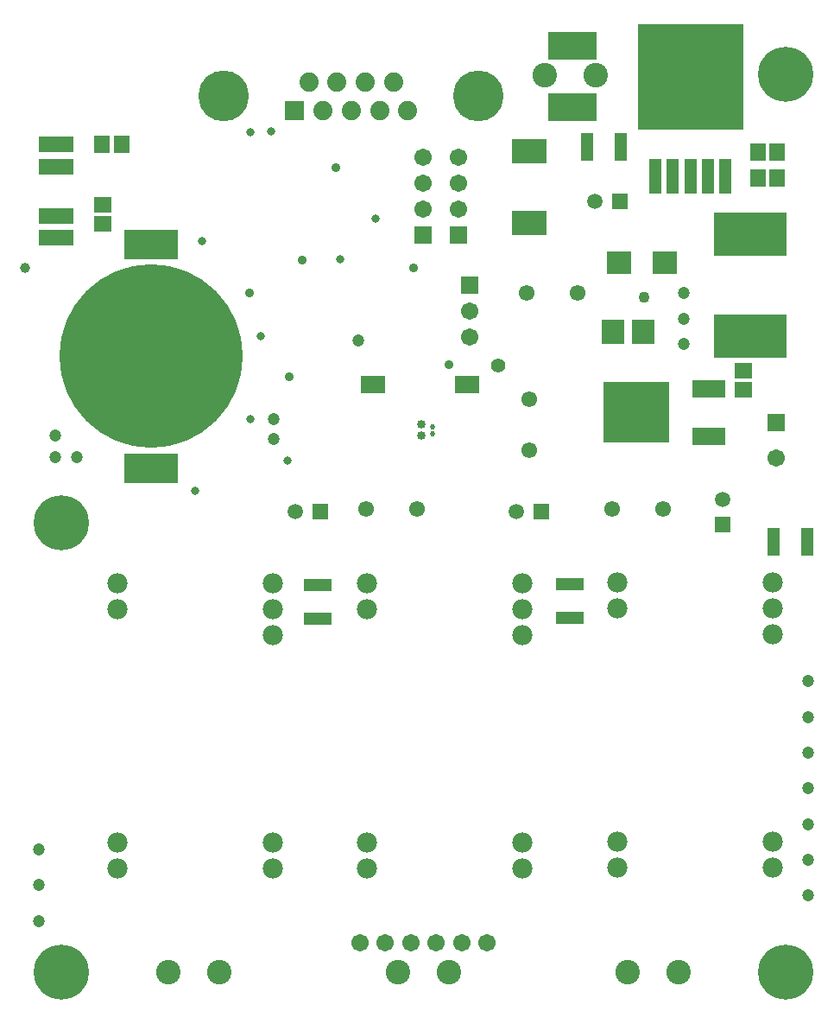
<source format=gts>
G04*
G04 #@! TF.GenerationSoftware,Altium Limited,Altium Designer,19.1.8 (144)*
G04*
G04 Layer_Color=8388736*
%FSLAX24Y24*%
%MOIN*%
G70*
G01*
G75*
%ADD40R,0.0480X0.1340*%
%ADD41R,0.4080X0.4056*%
%ADD42R,0.0867X0.0946*%
%ADD43R,0.0938X0.0915*%
%ADD44R,0.0592X0.0671*%
%ADD45R,0.0671X0.0592*%
%ADD46R,0.2836X0.1655*%
%ADD47R,0.1340X0.0631*%
%ADD48R,0.2080X0.1178*%
%ADD49C,0.7080*%
%ADD50R,0.0513X0.1104*%
%ADD51R,0.1261X0.0710*%
%ADD52R,0.2521X0.2363*%
%ADD53R,0.1104X0.0513*%
%ADD54R,0.1320X0.0946*%
%ADD55R,0.0938X0.0710*%
%ADD56C,0.0206*%
%ADD57C,0.0474*%
%ADD58C,0.0336*%
%ADD59R,0.0592X0.0592*%
%ADD60C,0.0592*%
%ADD61C,0.0611*%
%ADD62C,0.0671*%
%ADD63R,0.0671X0.0671*%
%ADD64R,0.0592X0.0592*%
%ADD65C,0.2127*%
%ADD66R,0.1852X0.1064*%
%ADD67C,0.0745*%
%ADD68R,0.0745X0.0745*%
%ADD69C,0.1954*%
%ADD70C,0.0946*%
%ADD71C,0.0780*%
%ADD72C,0.0316*%
%ADD73C,0.0552*%
%ADD74C,0.0356*%
%ADD75C,0.0434*%
%ADD76C,0.0395*%
D40*
X24714Y33064D02*
D03*
X25384D02*
D03*
X26054D02*
D03*
X26724D02*
D03*
X27394D02*
D03*
D41*
X26054Y36880D02*
D03*
D42*
X23062Y27048D02*
D03*
X24243D02*
D03*
D43*
X25060Y29727D02*
D03*
X23316D02*
D03*
D44*
X28653Y34003D02*
D03*
X29401D02*
D03*
X4095Y34284D02*
D03*
X3347D02*
D03*
X29401Y32992D02*
D03*
X28653D02*
D03*
D45*
X28087Y25558D02*
D03*
Y24810D02*
D03*
X3355Y31225D02*
D03*
Y31973D02*
D03*
D46*
X28360Y26879D02*
D03*
Y30816D02*
D03*
D47*
X1575Y30681D02*
D03*
Y31524D02*
D03*
Y33437D02*
D03*
Y34280D02*
D03*
D48*
X5229Y30439D02*
D03*
Y21790D02*
D03*
D49*
Y26115D02*
D03*
D50*
X22057Y34204D02*
D03*
X23356D02*
D03*
X29282Y18944D02*
D03*
X30581D02*
D03*
D51*
X26755Y24844D02*
D03*
Y23041D02*
D03*
D52*
X23979Y23943D02*
D03*
D53*
X21400Y17339D02*
D03*
Y16039D02*
D03*
X11658Y17290D02*
D03*
Y15991D02*
D03*
D54*
X19838Y31253D02*
D03*
Y34009D02*
D03*
D55*
X17426Y25018D02*
D03*
X13804D02*
D03*
D56*
X16092Y23122D02*
D03*
Y23398D02*
D03*
D57*
X24510Y35440D02*
D03*
X25297D02*
D03*
X26084D02*
D03*
X26872D02*
D03*
X27659D02*
D03*
Y36385D02*
D03*
X26872D02*
D03*
X26084D02*
D03*
X25297D02*
D03*
X24510D02*
D03*
X27659Y37330D02*
D03*
X26872D02*
D03*
X26084D02*
D03*
X25297D02*
D03*
X24510D02*
D03*
X27659Y38275D02*
D03*
X26872D02*
D03*
X26084D02*
D03*
X25297D02*
D03*
X24510D02*
D03*
X9961Y22937D02*
D03*
Y23688D02*
D03*
X25787Y26575D02*
D03*
Y28543D02*
D03*
Y27559D02*
D03*
X1522Y23044D02*
D03*
X2353Y22217D02*
D03*
X1520Y22229D02*
D03*
X13246Y26717D02*
D03*
X906Y7087D02*
D03*
Y5709D02*
D03*
X30591Y5315D02*
D03*
X906Y4331D02*
D03*
X30591Y6693D02*
D03*
Y13583D02*
D03*
Y12205D02*
D03*
Y10827D02*
D03*
Y9449D02*
D03*
Y8071D02*
D03*
D58*
X15675Y23486D02*
D03*
Y23053D02*
D03*
D59*
X11769Y20126D02*
D03*
X20311Y20138D02*
D03*
X23344Y32084D02*
D03*
D60*
X10785Y20126D02*
D03*
X19326Y20138D02*
D03*
X27294Y20594D02*
D03*
X22360Y32084D02*
D03*
D61*
X15501Y20236D02*
D03*
X13533D02*
D03*
X19830Y24458D02*
D03*
Y22490D02*
D03*
X23046Y20236D02*
D03*
X25015D02*
D03*
X21695Y28556D02*
D03*
X19726D02*
D03*
D62*
X29356Y22178D02*
D03*
X13287Y3477D02*
D03*
X14272D02*
D03*
X15256D02*
D03*
X16240D02*
D03*
X17224D02*
D03*
X18209D02*
D03*
X15721Y31800D02*
D03*
Y32800D02*
D03*
Y33800D02*
D03*
X17520Y26850D02*
D03*
Y27850D02*
D03*
X17097Y31800D02*
D03*
Y32800D02*
D03*
Y33800D02*
D03*
D63*
X29356Y23556D02*
D03*
X15721Y30800D02*
D03*
X17520Y28850D02*
D03*
X17097Y30800D02*
D03*
D64*
X27294Y19609D02*
D03*
D65*
X29724Y37008D02*
D03*
X29724Y2362D02*
D03*
X1772D02*
D03*
X1772Y19685D02*
D03*
D66*
X21495Y35729D02*
D03*
Y38091D02*
D03*
D67*
X15144Y35583D02*
D03*
X14598Y36701D02*
D03*
X14053Y35583D02*
D03*
X13508Y36701D02*
D03*
X12963Y35583D02*
D03*
X12417Y36701D02*
D03*
X11872Y35583D02*
D03*
X11327Y36701D02*
D03*
D68*
X10781Y35583D02*
D03*
D69*
X8043Y36142D02*
D03*
X17882D02*
D03*
D70*
X22411Y36958D02*
D03*
X20443D02*
D03*
X23622Y2362D02*
D03*
X25591D02*
D03*
X14764D02*
D03*
X16732D02*
D03*
X5906D02*
D03*
X7874D02*
D03*
D71*
X23228Y16378D02*
D03*
Y17378D02*
D03*
Y7378D02*
D03*
Y6378D02*
D03*
X29228D02*
D03*
Y7378D02*
D03*
Y15378D02*
D03*
Y16378D02*
D03*
Y17378D02*
D03*
X13566Y16350D02*
D03*
Y17350D02*
D03*
Y7350D02*
D03*
Y6350D02*
D03*
X19566D02*
D03*
Y7350D02*
D03*
Y15350D02*
D03*
Y16350D02*
D03*
Y17350D02*
D03*
X3920Y16350D02*
D03*
Y17350D02*
D03*
Y7350D02*
D03*
Y6350D02*
D03*
X9920D02*
D03*
Y7350D02*
D03*
Y15350D02*
D03*
Y16350D02*
D03*
Y17350D02*
D03*
D72*
X10518Y22095D02*
D03*
X12519Y29856D02*
D03*
X9064Y34772D02*
D03*
X13889Y31414D02*
D03*
X6925Y20911D02*
D03*
X9473Y26885D02*
D03*
X7195Y30545D02*
D03*
X9064Y23700D02*
D03*
X9865Y34790D02*
D03*
D73*
X18627Y25767D02*
D03*
D74*
X16732Y25787D02*
D03*
X11068Y29822D02*
D03*
X12354Y33375D02*
D03*
X9021Y28553D02*
D03*
X10555Y25318D02*
D03*
X15354Y29528D02*
D03*
D75*
X24255Y28390D02*
D03*
D76*
X366Y29537D02*
D03*
M02*

</source>
